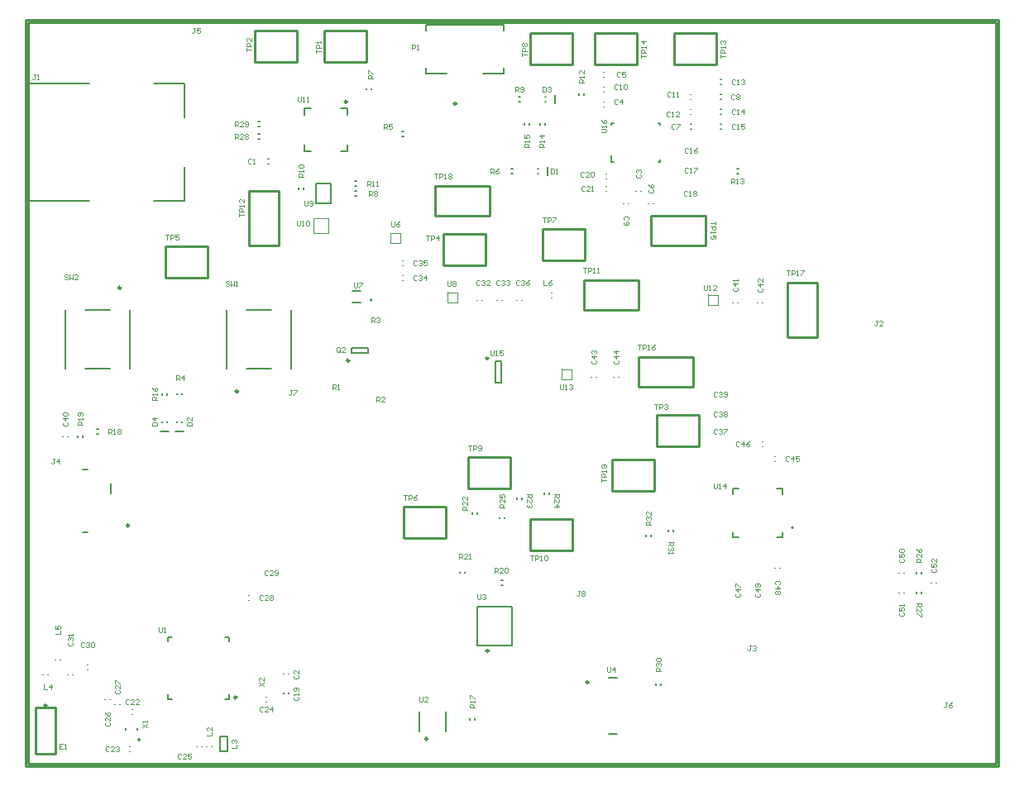
<source format=gto>
G04*
G04 #@! TF.GenerationSoftware,Altium Limited,Altium Designer,20.1.11 (218)*
G04*
G04 Layer_Color=65535*
%FSLAX25Y25*%
%MOIN*%
G70*
G04*
G04 #@! TF.SameCoordinates,CECB5A23-850B-4153-B343-40316EC9BAD4*
G04*
G04*
G04 #@! TF.FilePolarity,Positive*
G04*
G01*
G75*
%ADD10C,0.01000*%
%ADD11C,0.00984*%
%ADD12C,0.00197*%
%ADD13C,0.00787*%
%ADD14C,0.00394*%
%ADD15C,0.00600*%
%ADD16C,0.00079*%
%ADD17C,0.00500*%
%ADD18C,0.00591*%
%ADD19C,0.00300*%
D10*
X8500Y24500D02*
G03*
X8500Y24500I-500J0D01*
G01*
X203500Y99500D02*
X220500D01*
Y87000D02*
Y99500D01*
X203500Y87000D02*
X220500D01*
X203500D02*
Y99500D01*
X12000Y5000D02*
Y23500D01*
X4000Y5000D02*
X12000D01*
X4000D02*
Y23500D01*
X12000D01*
X92500Y296500D02*
X109500D01*
Y284000D02*
Y296500D01*
X92500Y284000D02*
X109500D01*
X92500D02*
Y296500D01*
X120500D02*
X137500D01*
Y284000D02*
Y296500D01*
X120500Y284000D02*
X137500D01*
X120500D02*
Y296500D01*
X203500Y283000D02*
Y295500D01*
Y283000D02*
X220500D01*
Y295500D01*
X203500D02*
X220500D01*
X252000Y210000D02*
X274000D01*
X252000D02*
Y222000D01*
X274000D01*
Y210000D02*
Y222000D01*
X229500Y295500D02*
X246500D01*
Y283000D02*
Y295500D01*
X229500Y283000D02*
X246500D01*
X229500D02*
Y295500D01*
X261500D02*
X278500D01*
Y283000D02*
Y295500D01*
X261500Y283000D02*
X278500D01*
X261500D02*
Y295500D01*
X1000Y1000D02*
X391000D01*
Y300000D01*
X1000D02*
X391000D01*
X1000Y1000D02*
Y300000D01*
X254500Y141500D02*
X271500D01*
Y129000D02*
Y141500D01*
X254500Y129000D02*
X271500D01*
X254500D02*
Y141500D01*
X236500Y123500D02*
X253500D01*
Y111000D02*
Y123500D01*
X236500Y111000D02*
X253500D01*
X236500D02*
Y123500D01*
X168500Y214500D02*
X185500D01*
Y202000D02*
Y214500D01*
X168500Y202000D02*
X185500D01*
X168500D02*
Y214500D01*
X247000Y153000D02*
Y165000D01*
Y153000D02*
X269000D01*
Y165000D01*
X247000D02*
X269000D01*
X90000Y210000D02*
X102000D01*
Y232000D01*
X90000D02*
X102000D01*
X90000Y210000D02*
Y232000D01*
X319000Y173000D02*
Y195000D01*
X307000Y173000D02*
X319000D01*
X307000D02*
Y195000D01*
X319000D01*
X225000Y196000D02*
X247000D01*
Y184000D02*
Y196000D01*
X225000Y184000D02*
X247000D01*
X225000D02*
Y196000D01*
X165000Y234000D02*
X187000D01*
Y222000D02*
Y234000D01*
X165000Y222000D02*
X187000D01*
X165000D02*
Y234000D01*
X56500Y197000D02*
Y209500D01*
Y197000D02*
X73500D01*
Y209500D01*
X56500D02*
X73500D01*
X152500Y92000D02*
Y104500D01*
Y92000D02*
X169500D01*
Y104500D01*
X152500D02*
X169500D01*
X178500Y112000D02*
Y124500D01*
Y112000D02*
X195500D01*
Y124500D01*
X178500D02*
X195500D01*
X208500Y204000D02*
Y216500D01*
Y204000D02*
X225500D01*
Y216500D01*
X208500D02*
X225500D01*
X0Y0D02*
X392000D01*
Y301000D01*
X0D02*
X392000D01*
X0Y0D02*
Y301000D01*
D11*
X173555Y267150D02*
G03*
X173555Y267150I-492J0D01*
G01*
X129535Y267941D02*
G03*
X129535Y267941I-492J0D01*
G01*
X41677Y97098D02*
G03*
X41677Y97098I-492J0D01*
G01*
X85067Y27701D02*
G03*
X85067Y27701I-492J0D01*
G01*
X226882Y33748D02*
G03*
X226882Y33748I-492J0D01*
G01*
X186492Y164512D02*
G03*
X186492Y164512I-492J0D01*
G01*
X130413Y163543D02*
G03*
X130413Y163543I-492J0D01*
G01*
X161933Y11012D02*
G03*
X161933Y11012I-492J0D01*
G01*
X186587Y46482D02*
G03*
X186587Y46482I-492J0D01*
G01*
X38350Y192866D02*
G03*
X38350Y192866I-492J0D01*
G01*
X85634Y151134D02*
G03*
X85634Y151134I-492J0D01*
G01*
D12*
X275228Y190067D02*
G03*
X275228Y190067I-197J0D01*
G01*
X216213Y160051D02*
G03*
X216213Y160051I-197J0D01*
G01*
X122165Y214968D02*
G03*
X122165Y214968I-197J0D01*
G01*
X151264Y214968D02*
G03*
X151264Y214968I-197J0D01*
G01*
X170213Y191083D02*
G03*
X170213Y191083I-197J0D01*
G01*
D13*
X309370Y96095D02*
G03*
X309370Y96095I-394J0D01*
G01*
X64000Y227917D02*
Y241697D01*
Y261539D02*
Y275319D01*
X1008Y227917D02*
X25811D01*
X51795D02*
X64000D01*
X51795Y275319D02*
X64000D01*
X1008D02*
X25811D01*
X1008Y227917D02*
Y275319D01*
X161350Y296480D02*
Y298843D01*
X192650Y296480D02*
Y298843D01*
Y279157D02*
Y281520D01*
X184480Y279157D02*
X192650D01*
X161449D02*
X169520D01*
X161350D02*
Y281520D01*
Y298843D02*
X192650D01*
X126976Y265382D02*
X129634D01*
Y262724D02*
Y265382D01*
X112311D02*
X114969D01*
X112311Y262724D02*
Y265382D01*
Y248059D02*
X114969D01*
X112311D02*
Y250716D01*
X126976Y248059D02*
X129634D01*
Y250716D01*
X22957Y119756D02*
X25043D01*
X34256Y109933D02*
Y114067D01*
X22957Y94244D02*
X25043D01*
X80244Y51913D02*
X82016D01*
Y50142D02*
Y51913D01*
X57213D02*
X58984D01*
X57213Y50142D02*
Y51913D01*
Y27110D02*
Y28882D01*
Y27110D02*
X58984D01*
X80244D02*
X82016D01*
Y28882D01*
X254905Y243728D02*
X255633D01*
Y244456D01*
X254905Y259280D02*
X255633D01*
Y258552D02*
Y259280D01*
X236146Y258552D02*
Y259280D01*
X236874D01*
X236146Y243729D02*
X236874D01*
X236146D02*
Y246426D01*
X234953Y13079D02*
X238496D01*
X234953Y35520D02*
X238496D01*
X191610Y154669D02*
Y163331D01*
X189248Y154669D02*
Y163331D01*
Y154669D02*
X191610D01*
X189248Y163331D02*
X191610D01*
X131299Y166595D02*
Y168563D01*
X137992Y166595D02*
Y168563D01*
X131299Y166595D02*
X137992D01*
X131299Y168563D02*
X137992D01*
X158685Y14063D02*
Y21937D01*
X169315Y14063D02*
Y21937D01*
X182158Y48549D02*
Y64297D01*
X195937D01*
Y48549D02*
Y64297D01*
X182158Y48549D02*
X195937D01*
X24067Y160189D02*
X33933D01*
X41992D02*
Y183811D01*
X24067D02*
X33933D01*
X16008Y160189D02*
Y183811D01*
X89067Y183811D02*
X98933D01*
X81008Y160189D02*
Y183811D01*
X89067Y160189D02*
X98933D01*
X106992D02*
Y183811D01*
D14*
X122228Y227850D02*
G03*
X122228Y227850I-197J0D01*
G01*
D15*
X139606Y187902D02*
G03*
X139606Y187902I-394J0D01*
G01*
X46281Y10638D02*
G03*
X46281Y10638I-557J0D01*
G01*
X250000Y92718D02*
Y93218D01*
X252000Y92718D02*
Y93218D01*
X198782Y268000D02*
X199282D01*
X198782Y270000D02*
X199282D01*
X213437Y267425D02*
Y270575D01*
X209343Y269984D02*
X209658D01*
X209343Y268016D02*
X209658D01*
X151781Y254000D02*
X152281D01*
X151781Y256000D02*
X152281D01*
X248000Y231890D02*
Y232047D01*
X246000Y231890D02*
Y232047D01*
X280016Y263000D02*
X280173D01*
X280016Y265000D02*
X280173D01*
X280016Y257000D02*
X280173D01*
X280016Y259000D02*
X280173D01*
X280016Y269000D02*
X280173D01*
X280016Y271000D02*
X280173D01*
X280016Y275000D02*
X280173D01*
X280016Y277000D02*
X280173D01*
X243000Y226921D02*
Y227079D01*
X241000Y226921D02*
Y227079D01*
X286719Y239000D02*
X287218D01*
X286719Y241000D02*
X287218D01*
X253000Y226890D02*
Y227047D01*
X251000Y226890D02*
Y227047D01*
X210437Y238425D02*
Y241575D01*
X206343Y240984D02*
X206658D01*
X206343Y239016D02*
X206658D01*
X195782Y241000D02*
X196282D01*
X195782Y239000D02*
X196282D01*
X225000Y270750D02*
Y271250D01*
X223000Y270750D02*
Y271250D01*
X201000Y258718D02*
Y259219D01*
X203000Y258718D02*
Y259219D01*
X268016Y259000D02*
X268173D01*
X268016Y257000D02*
X268173D01*
X267984Y265000D02*
X268142D01*
X267984Y263000D02*
X268142D01*
X267953Y271000D02*
X268110D01*
X267953Y269000D02*
X268110D01*
X89890Y69000D02*
X90047D01*
X89890Y67000D02*
X90047D01*
X179000Y18719D02*
Y19218D01*
X181000Y18719D02*
Y19218D01*
X137500Y272781D02*
Y273282D01*
X139500Y272781D02*
Y273282D01*
X256000Y32719D02*
Y33219D01*
X254000Y32719D02*
Y33219D01*
X297000Y186953D02*
Y187110D01*
X295000Y186953D02*
Y187110D01*
X285000Y186953D02*
Y187110D01*
X287000Y186953D02*
Y187110D01*
X151890Y196000D02*
X152047D01*
X151890Y198000D02*
X152047D01*
X151890Y204000D02*
X152047D01*
X151890Y202000D02*
X152047D01*
X233953Y232000D02*
X234110D01*
X233953Y234000D02*
X234110D01*
X233953Y237000D02*
X234110D01*
X233953Y239000D02*
X234110D01*
X232953Y278000D02*
X233110D01*
X232953Y280000D02*
X233110D01*
X232953Y272000D02*
X233110D01*
X232953Y274000D02*
X233110D01*
X232890Y266000D02*
X233047D01*
X232890Y268000D02*
X233047D01*
X239000Y156953D02*
Y157110D01*
X237000Y156953D02*
Y157110D01*
X228000Y156953D02*
Y157110D01*
X230000Y156953D02*
Y157110D01*
X352000Y77890D02*
Y78047D01*
X354000Y77890D02*
Y78047D01*
X352000Y69921D02*
Y70079D01*
X354000Y69921D02*
Y70079D01*
X261000Y94750D02*
Y95250D01*
X259000Y94750D02*
Y95250D01*
X182000Y101750D02*
Y102250D01*
X180000Y101750D02*
Y102250D01*
X193000Y99782D02*
Y100282D01*
X191000Y99782D02*
Y100282D01*
X198000Y107750D02*
Y108250D01*
X200000Y107750D02*
Y108250D01*
X209000Y109719D02*
Y110219D01*
X211000Y109719D02*
Y110219D01*
X302000Y79953D02*
Y80110D01*
X304000Y79953D02*
Y80110D01*
X301921Y125000D02*
X302079D01*
X301921Y123000D02*
X302079D01*
X296890Y131000D02*
X297047D01*
X296890Y129000D02*
X297047D01*
X359000Y77719D02*
Y78219D01*
X361000Y77719D02*
Y78219D01*
X365000Y73890D02*
Y74047D01*
X367000Y73890D02*
Y74047D01*
X361000Y69750D02*
Y70250D01*
X359000Y69750D02*
Y70250D01*
X207299Y258750D02*
Y259250D01*
X209299Y258750D02*
Y259250D01*
X132719Y236000D02*
X133219D01*
X132719Y234000D02*
X133219D01*
X132719Y232000D02*
X133219D01*
X132719Y230000D02*
X133219D01*
X112000Y232718D02*
Y233219D01*
X110000Y232718D02*
Y233219D01*
X131732Y186917D02*
X134882D01*
X131732Y191642D02*
X134882D01*
X97714Y243060D02*
X97872D01*
X97714Y245060D02*
X97872D01*
X17000Y132890D02*
Y133047D01*
X15000Y132890D02*
Y133047D01*
X23000Y132719D02*
Y133219D01*
X21000Y132719D02*
Y133219D01*
X28719Y134000D02*
X29219D01*
X28719Y136000D02*
X29219D01*
X93718Y260000D02*
X94218D01*
X93718Y258000D02*
X94218D01*
X93718Y255000D02*
X94218D01*
X93718Y253000D02*
X94218D01*
X60425Y134933D02*
X63575D01*
X62984Y138713D02*
Y139028D01*
X61016Y138713D02*
Y139028D01*
X57000Y149750D02*
Y150250D01*
X55000Y149750D02*
Y150250D01*
X54425Y134933D02*
X57575D01*
X56984Y138713D02*
Y139028D01*
X55016Y138713D02*
Y139028D01*
X32000Y26890D02*
Y27047D01*
X34000Y26890D02*
Y27047D01*
X71000Y7953D02*
Y8110D01*
X69000Y7953D02*
Y8110D01*
X75000Y7953D02*
Y8110D01*
X73000Y7953D02*
Y8110D01*
X96890Y26000D02*
X97047D01*
X96890Y28000D02*
X97047D01*
X104000Y37276D02*
Y37433D01*
X106000Y37276D02*
Y37433D01*
Y29339D02*
Y29496D01*
X104000Y29339D02*
Y29496D01*
X36000Y24921D02*
Y25079D01*
X38000Y24921D02*
Y25079D01*
X184000Y187953D02*
Y188110D01*
X182000Y187953D02*
Y188110D01*
X192000Y187953D02*
Y188110D01*
X190000Y187953D02*
Y188110D01*
X42890Y20937D02*
X43047D01*
X42890Y22937D02*
X43047D01*
X40213Y14772D02*
Y15165D01*
X44937Y14772D02*
Y15165D01*
X41953Y7937D02*
X42110D01*
X41953Y5937D02*
X42110D01*
X9000Y36921D02*
Y37079D01*
X7000Y36921D02*
Y37079D01*
X14000Y42890D02*
Y43047D01*
X12000Y42890D02*
Y43047D01*
X24890Y41000D02*
X25047D01*
X24890Y39000D02*
X25047D01*
X17000Y36921D02*
Y37079D01*
X19000Y36921D02*
Y37079D01*
X191718Y73000D02*
X192218D01*
X191718Y75000D02*
X192218D01*
X61000Y149782D02*
Y150282D01*
X63000Y149782D02*
Y150282D01*
X175000Y77781D02*
Y78281D01*
X177000Y77781D02*
Y78281D01*
X198000Y187953D02*
Y188110D01*
X200000Y187953D02*
Y188110D01*
X211890Y189000D02*
X212047D01*
X211890Y191000D02*
X212047D01*
D16*
X275031Y190067D02*
X278969Y190067D01*
Y185933D02*
Y190067D01*
X275031Y185933D02*
X278969D01*
X275031D02*
Y190067D01*
X216016Y160051D02*
X219953Y160051D01*
Y155917D02*
Y160051D01*
X216016Y155917D02*
X219953D01*
X216016D02*
Y160051D01*
X121968Y214968D02*
Y220969D01*
X115969D02*
X121968D01*
X115969Y214968D02*
Y220969D01*
Y214968D02*
X121968Y214968D01*
X146933Y214968D02*
X151067D01*
X146933Y211032D02*
Y214968D01*
Y211032D02*
X151067D01*
X151067Y214968D01*
X170016Y186949D02*
Y191083D01*
Y186949D02*
X173953D01*
Y191083D01*
X170016Y191083D02*
X173953Y191083D01*
D17*
X285157Y111843D02*
X287303D01*
X285157Y92158D02*
X287303D01*
X302697Y111843D02*
X304842D01*
X302697Y92158D02*
X304842D01*
X285157Y109697D02*
Y111843D01*
Y92158D02*
Y94303D01*
X304842Y109697D02*
Y111843D01*
Y92158D02*
Y94303D01*
X78500Y6000D02*
Y12000D01*
Y6000D02*
X81500D01*
Y12000D01*
X78500D02*
X81500D01*
D18*
X122866Y227000D02*
Y235000D01*
X116866D02*
X122866D01*
X116866Y227000D02*
Y235000D01*
Y227000D02*
X122866D01*
D19*
X203501Y85000D02*
X204834D01*
X204168D01*
Y83000D01*
X205501D02*
Y85000D01*
X206500D01*
X206833Y84667D01*
Y84000D01*
X206500Y83667D01*
X205501D01*
X207500Y83000D02*
X208166D01*
X207833D01*
Y85000D01*
X207500Y84667D01*
X209166D02*
X209499Y85000D01*
X210166D01*
X210499Y84667D01*
Y83334D01*
X210166Y83000D01*
X209499D01*
X209166Y83334D01*
Y84667D01*
X15000Y9000D02*
X13667D01*
Y7000D01*
X15000D01*
X13667Y8000D02*
X14333D01*
X15666Y7000D02*
X16333D01*
X16000D01*
Y9000D01*
X15666Y8666D01*
X4000Y279000D02*
X3334D01*
X3667D01*
Y277334D01*
X3334Y277000D01*
X3000D01*
X2667Y277334D01*
X4666Y277000D02*
X5333D01*
X5000D01*
Y279000D01*
X4666Y278666D01*
X89000Y288334D02*
Y289667D01*
Y289001D01*
X91000D01*
Y290334D02*
X89000D01*
Y291333D01*
X89333Y291667D01*
X90000D01*
X90333Y291333D01*
Y290334D01*
X91000Y293666D02*
Y292333D01*
X89667Y293666D01*
X89333D01*
X89000Y293333D01*
Y292666D01*
X89333Y292333D01*
X117000Y287667D02*
Y289000D01*
Y288334D01*
X119000D01*
Y289667D02*
X117000D01*
Y290667D01*
X117333Y291000D01*
X118000D01*
X118333Y290667D01*
Y289667D01*
X119000Y291666D02*
Y292333D01*
Y291999D01*
X117000D01*
X117333Y291666D01*
X252000Y97334D02*
X250000D01*
Y98334D01*
X250333Y98667D01*
X251000D01*
X251333Y98334D01*
Y97334D01*
Y98001D02*
X252000Y98667D01*
X250333Y99334D02*
X250000Y99667D01*
Y100333D01*
X250333Y100666D01*
X250667D01*
X251000Y100333D01*
Y100000D01*
Y100333D01*
X251333Y100666D01*
X251666D01*
X252000Y100333D01*
Y99667D01*
X251666Y99334D01*
X252000Y102666D02*
Y101333D01*
X250667Y102666D01*
X250333D01*
X250000Y102333D01*
Y101666D01*
X250333Y101333D01*
X197334Y272000D02*
Y274000D01*
X198334D01*
X198667Y273667D01*
Y273000D01*
X198334Y272667D01*
X197334D01*
X198000D02*
X198667Y272000D01*
X199333Y272334D02*
X199667Y272000D01*
X200333D01*
X200666Y272334D01*
Y273667D01*
X200333Y274000D01*
X199667D01*
X199333Y273667D01*
Y273333D01*
X199667Y273000D01*
X200666D01*
X208334Y274000D02*
Y272000D01*
X209334D01*
X209667Y272334D01*
Y273667D01*
X209334Y274000D01*
X208334D01*
X210333Y273667D02*
X210666Y274000D01*
X211333D01*
X211666Y273667D01*
Y273333D01*
X211333Y273000D01*
X211000D01*
X211333D01*
X211666Y272667D01*
Y272334D01*
X211333Y272000D01*
X210666D01*
X210333Y272334D01*
X200000Y286334D02*
Y287667D01*
Y287001D01*
X202000D01*
Y288334D02*
X200000D01*
Y289333D01*
X200333Y289667D01*
X201000D01*
X201333Y289333D01*
Y288334D01*
X200333Y290333D02*
X200000Y290666D01*
Y291333D01*
X200333Y291666D01*
X200667D01*
X201000Y291333D01*
X201333Y291666D01*
X201666D01*
X202000Y291333D01*
Y290666D01*
X201666Y290333D01*
X201333D01*
X201000Y290666D01*
X200667Y290333D01*
X200333D01*
X201000Y290666D02*
Y291333D01*
X155667Y289000D02*
Y291000D01*
X156667D01*
X157000Y290667D01*
Y290000D01*
X156667Y289667D01*
X155667D01*
X157667Y289000D02*
X158333D01*
X158000D01*
Y291000D01*
X157667Y290667D01*
X144334Y257000D02*
Y259000D01*
X145334D01*
X145667Y258666D01*
Y258000D01*
X145334Y257667D01*
X144334D01*
X145000D02*
X145667Y257000D01*
X147666Y259000D02*
X146333D01*
Y258000D01*
X147000Y258333D01*
X147333D01*
X147666Y258000D01*
Y257334D01*
X147333Y257000D01*
X146667D01*
X146333Y257334D01*
X109834Y270000D02*
Y268334D01*
X110167Y268000D01*
X110834D01*
X111167Y268334D01*
Y270000D01*
X111833Y268000D02*
X112500D01*
X112167D01*
Y270000D01*
X111833Y269667D01*
X113499Y268000D02*
X114166D01*
X113833D01*
Y270000D01*
X113499Y269667D01*
X11667Y124000D02*
X11000D01*
X11334D01*
Y122334D01*
X11000Y122000D01*
X10667D01*
X10334Y122334D01*
X13333Y122000D02*
Y124000D01*
X12333Y123000D01*
X13666D01*
X53667Y56000D02*
Y54334D01*
X54000Y54000D01*
X54667D01*
X55000Y54334D01*
Y56000D01*
X55666Y54000D02*
X56333D01*
X56000D01*
Y56000D01*
X55666Y55667D01*
X232000Y255501D02*
X233666D01*
X234000Y255834D01*
Y256501D01*
X233666Y256834D01*
X232000D01*
X234000Y257500D02*
Y258167D01*
Y257833D01*
X232000D01*
X232333Y257500D01*
X232000Y260499D02*
X232333Y259833D01*
X233000Y259166D01*
X233666D01*
X234000Y259500D01*
Y260166D01*
X233666Y260499D01*
X233333D01*
X233000Y260166D01*
Y259166D01*
X223333Y70599D02*
X222666D01*
X223000D01*
Y68933D01*
X222666Y68600D01*
X222333D01*
X222000Y68933D01*
X223999Y70266D02*
X224333Y70599D01*
X224999D01*
X225332Y70266D01*
Y69933D01*
X224999Y69600D01*
X225332Y69266D01*
Y68933D01*
X224999Y68600D01*
X224333D01*
X223999Y68933D01*
Y69266D01*
X224333Y69600D01*
X223999Y69933D01*
Y70266D01*
X224333Y69600D02*
X224999D01*
X107333Y151599D02*
X106667D01*
X107000D01*
Y149933D01*
X106667Y149600D01*
X106333D01*
X106000Y149933D01*
X107999Y151599D02*
X109332D01*
Y151266D01*
X107999Y149933D01*
Y149600D01*
X371333Y25599D02*
X370666D01*
X371000D01*
Y23933D01*
X370666Y23600D01*
X370333D01*
X370000Y23933D01*
X373332Y25599D02*
X372666Y25266D01*
X371999Y24600D01*
Y23933D01*
X372333Y23600D01*
X372999D01*
X373332Y23933D01*
Y24266D01*
X372999Y24600D01*
X371999D01*
X68333Y297599D02*
X67666D01*
X68000D01*
Y295933D01*
X67666Y295600D01*
X67333D01*
X67000Y295933D01*
X70332Y297599D02*
X68999D01*
Y296600D01*
X69666Y296933D01*
X69999D01*
X70332Y296600D01*
Y295933D01*
X69999Y295600D01*
X69333D01*
X68999Y295933D01*
X259000Y90333D02*
X261000D01*
Y89333D01*
X260666Y89000D01*
X260000D01*
X259667Y89333D01*
Y90333D01*
Y89666D02*
X259000Y89000D01*
X260666Y88333D02*
X261000Y88000D01*
Y87334D01*
X260666Y87000D01*
X260333D01*
X260000Y87334D01*
Y87667D01*
Y87334D01*
X259667Y87000D01*
X259334D01*
X259000Y87334D01*
Y88000D01*
X259334Y88333D01*
X259000Y86334D02*
Y85667D01*
Y86001D01*
X261000D01*
X260666Y86334D01*
X256000Y38334D02*
X254000D01*
Y39334D01*
X254333Y39667D01*
X255000D01*
X255333Y39334D01*
Y38334D01*
Y39001D02*
X256000Y39667D01*
X254333Y40334D02*
X254000Y40667D01*
Y41333D01*
X254333Y41666D01*
X254667D01*
X255000Y41333D01*
Y41000D01*
Y41333D01*
X255333Y41666D01*
X255666D01*
X256000Y41333D01*
Y40667D01*
X255666Y40334D01*
X254333Y42333D02*
X254000Y42666D01*
Y43333D01*
X254333Y43666D01*
X255666D01*
X256000Y43333D01*
Y42666D01*
X255666Y42333D01*
X254333D01*
X84334Y258000D02*
Y260000D01*
X85334D01*
X85667Y259666D01*
Y259000D01*
X85334Y258667D01*
X84334D01*
X85001D02*
X85667Y258000D01*
X87666D02*
X86334D01*
X87666Y259333D01*
Y259666D01*
X87333Y260000D01*
X86667D01*
X86334Y259666D01*
X88333Y258334D02*
X88666Y258000D01*
X89333D01*
X89666Y258334D01*
Y259666D01*
X89333Y260000D01*
X88666D01*
X88333Y259666D01*
Y259333D01*
X88666Y259000D01*
X89666D01*
X84271Y253000D02*
Y255000D01*
X85271D01*
X85604Y254666D01*
Y254000D01*
X85271Y253667D01*
X84271D01*
X84938D02*
X85604Y253000D01*
X87603D02*
X86271D01*
X87603Y254333D01*
Y254666D01*
X87270Y255000D01*
X86604D01*
X86271Y254666D01*
X88270D02*
X88603Y255000D01*
X89270D01*
X89603Y254666D01*
Y254333D01*
X89270Y254000D01*
X89603Y253667D01*
Y253334D01*
X89270Y253000D01*
X88603D01*
X88270Y253334D01*
Y253667D01*
X88603Y254000D01*
X88270Y254333D01*
Y254666D01*
X88603Y254000D02*
X89270D01*
X187501Y167559D02*
Y165893D01*
X187834Y165559D01*
X188500D01*
X188834Y165893D01*
Y167559D01*
X189500Y165559D02*
X190167D01*
X189833D01*
Y167559D01*
X189500Y167226D01*
X192499Y167559D02*
X191166D01*
Y166559D01*
X191833Y166892D01*
X192166D01*
X192499Y166559D01*
Y165893D01*
X192166Y165559D01*
X191499D01*
X191166Y165893D01*
X277501Y114000D02*
Y112334D01*
X277834Y112000D01*
X278501D01*
X278834Y112334D01*
Y114000D01*
X279500Y112000D02*
X280167D01*
X279833D01*
Y114000D01*
X279500Y113666D01*
X282166Y112000D02*
Y114000D01*
X281166Y113000D01*
X282499D01*
X215501Y154000D02*
Y152334D01*
X215834Y152000D01*
X216500D01*
X216834Y152334D01*
Y154000D01*
X217500Y152000D02*
X218167D01*
X217833D01*
Y154000D01*
X217500Y153666D01*
X219166D02*
X219499Y154000D01*
X220166D01*
X220499Y153666D01*
Y153333D01*
X220166Y153000D01*
X219833D01*
X220166D01*
X220499Y152667D01*
Y152334D01*
X220166Y152000D01*
X219499D01*
X219166Y152334D01*
X273501Y194000D02*
Y192334D01*
X273834Y192000D01*
X274500D01*
X274834Y192334D01*
Y194000D01*
X275500Y192000D02*
X276167D01*
X275833D01*
Y194000D01*
X275500Y193667D01*
X278499Y192000D02*
X277166D01*
X278499Y193333D01*
Y193667D01*
X278166Y194000D01*
X277500D01*
X277166Y193667D01*
X232000Y114501D02*
Y115834D01*
Y115168D01*
X234000D01*
Y116500D02*
X232000D01*
Y117500D01*
X232333Y117833D01*
X233000D01*
X233333Y117500D01*
Y116500D01*
X234000Y118500D02*
Y119166D01*
Y118833D01*
X232000D01*
X232333Y118500D01*
X233666Y120166D02*
X234000Y120499D01*
Y121166D01*
X233666Y121499D01*
X232333D01*
X232000Y121166D01*
Y120499D01*
X232333Y120166D01*
X232667D01*
X233000Y120499D01*
Y121499D01*
X164800Y238799D02*
X166133D01*
X165466D01*
Y236800D01*
X166799D02*
Y238799D01*
X167799D01*
X168132Y238466D01*
Y237800D01*
X167799Y237466D01*
X166799D01*
X168799Y236800D02*
X169465D01*
X169132D01*
Y238799D01*
X168799Y238466D01*
X170465D02*
X170798Y238799D01*
X171465D01*
X171798Y238466D01*
Y238133D01*
X171465Y237800D01*
X171798Y237466D01*
Y237133D01*
X171465Y236800D01*
X170798D01*
X170465Y237133D01*
Y237466D01*
X170798Y237800D01*
X170465Y238133D01*
Y238466D01*
X170798Y237800D02*
X171465D01*
X306800Y199799D02*
X308133D01*
X307466D01*
Y197800D01*
X308799D02*
Y199799D01*
X309799D01*
X310132Y199466D01*
Y198800D01*
X309799Y198467D01*
X308799D01*
X310799Y197800D02*
X311465D01*
X311132D01*
Y199799D01*
X310799Y199466D01*
X312465Y199799D02*
X313798D01*
Y199466D01*
X312465Y198133D01*
Y197800D01*
X246800Y169799D02*
X248133D01*
X247466D01*
Y167800D01*
X248799D02*
Y169799D01*
X249799D01*
X250132Y169466D01*
Y168800D01*
X249799Y168466D01*
X248799D01*
X250799Y167800D02*
X251465D01*
X251132D01*
Y169799D01*
X250799Y169466D01*
X253798Y169799D02*
X253131Y169466D01*
X252465Y168800D01*
Y168133D01*
X252798Y167800D01*
X253465D01*
X253798Y168133D01*
Y168466D01*
X253465Y168800D01*
X252465D01*
X278000Y219499D02*
Y218166D01*
Y218832D01*
X276000D01*
Y217499D02*
X278000D01*
Y216500D01*
X277666Y216167D01*
X277000D01*
X276667Y216500D01*
Y217499D01*
X276000Y215500D02*
Y214834D01*
Y215167D01*
X278000D01*
X277666Y215500D01*
X278000Y212501D02*
Y213834D01*
X277000D01*
X277333Y213168D01*
Y212834D01*
X277000Y212501D01*
X276334D01*
X276000Y212834D01*
Y213501D01*
X276334Y213834D01*
X248000Y285501D02*
Y286834D01*
Y286168D01*
X250000D01*
Y287501D02*
X248000D01*
Y288500D01*
X248334Y288833D01*
X249000D01*
X249333Y288500D01*
Y287501D01*
X250000Y289500D02*
Y290166D01*
Y289833D01*
X248000D01*
X248334Y289500D01*
X250000Y292166D02*
X248000D01*
X249000Y291166D01*
Y292499D01*
X280000Y285501D02*
Y286834D01*
Y286168D01*
X282000D01*
Y287501D02*
X280000D01*
Y288500D01*
X280333Y288833D01*
X281000D01*
X281333Y288500D01*
Y287501D01*
X282000Y289500D02*
Y290166D01*
Y289833D01*
X280000D01*
X280333Y289500D01*
Y291166D02*
X280000Y291499D01*
Y292166D01*
X280333Y292499D01*
X280667D01*
X281000Y292166D01*
Y291832D01*
Y292166D01*
X281333Y292499D01*
X281666D01*
X282000Y292166D01*
Y291499D01*
X281666Y291166D01*
X86000Y221501D02*
Y222834D01*
Y222168D01*
X88000D01*
Y223500D02*
X86000D01*
Y224500D01*
X86334Y224833D01*
X87000D01*
X87333Y224500D01*
Y223500D01*
X88000Y225500D02*
Y226166D01*
Y225833D01*
X86000D01*
X86334Y225500D01*
X88000Y228499D02*
Y227166D01*
X86667Y228499D01*
X86334D01*
X86000Y228166D01*
Y227499D01*
X86334Y227166D01*
X224800Y200799D02*
X226133D01*
X225466D01*
Y198800D01*
X226799D02*
Y200799D01*
X227799D01*
X228132Y200466D01*
Y199800D01*
X227799Y199467D01*
X226799D01*
X228799Y198800D02*
X229465D01*
X229132D01*
Y200799D01*
X228799Y200466D01*
X230465Y198800D02*
X231131D01*
X230798D01*
Y200799D01*
X230465Y200466D01*
X178300Y129299D02*
X179633D01*
X178966D01*
Y127300D01*
X180299D02*
Y129299D01*
X181299D01*
X181632Y128966D01*
Y128300D01*
X181299Y127966D01*
X180299D01*
X182299Y127633D02*
X182632Y127300D01*
X183298D01*
X183632Y127633D01*
Y128966D01*
X183298Y129299D01*
X182632D01*
X182299Y128966D01*
Y128633D01*
X182632Y128300D01*
X183632D01*
X208300Y221299D02*
X209633D01*
X208966D01*
Y219300D01*
X210299D02*
Y221299D01*
X211299D01*
X211632Y220966D01*
Y220300D01*
X211299Y219966D01*
X210299D01*
X212299Y221299D02*
X213632D01*
Y220966D01*
X212299Y219633D01*
Y219300D01*
X152300Y109299D02*
X153633D01*
X152966D01*
Y107300D01*
X154299D02*
Y109299D01*
X155299D01*
X155632Y108966D01*
Y108300D01*
X155299Y107966D01*
X154299D01*
X157632Y109299D02*
X156965Y108966D01*
X156299Y108300D01*
Y107633D01*
X156632Y107300D01*
X157298D01*
X157632Y107633D01*
Y107966D01*
X157298Y108300D01*
X156299D01*
X56300Y214299D02*
X57633D01*
X56966D01*
Y212300D01*
X58299D02*
Y214299D01*
X59299D01*
X59632Y213966D01*
Y213300D01*
X59299Y212966D01*
X58299D01*
X61632Y214299D02*
X60299D01*
Y213300D01*
X60965Y213633D01*
X61298D01*
X61632Y213300D01*
Y212633D01*
X61298Y212300D01*
X60632D01*
X60299Y212633D01*
X161334Y214000D02*
X162667D01*
X162001D01*
Y212000D01*
X163333D02*
Y214000D01*
X164333D01*
X164666Y213667D01*
Y213000D01*
X164333Y212667D01*
X163333D01*
X166333Y212000D02*
Y214000D01*
X165333Y213000D01*
X166666D01*
X253334Y146000D02*
X254667D01*
X254001D01*
Y144000D01*
X255334D02*
Y146000D01*
X256333D01*
X256666Y145667D01*
Y145000D01*
X256333Y144667D01*
X255334D01*
X257333Y145667D02*
X257666Y146000D01*
X258333D01*
X258666Y145667D01*
Y145333D01*
X258333Y145000D01*
X257999D01*
X258333D01*
X258666Y144667D01*
Y144334D01*
X258333Y144000D01*
X257666D01*
X257333Y144334D01*
X17133Y197866D02*
X16800Y198199D01*
X16133D01*
X15800Y197866D01*
Y197533D01*
X16133Y197200D01*
X16800D01*
X17133Y196867D01*
Y196533D01*
X16800Y196200D01*
X16133D01*
X15800Y196533D01*
X17799Y198199D02*
Y196200D01*
X18466Y196867D01*
X19132Y196200D01*
Y198199D01*
X21132Y196200D02*
X19799D01*
X21132Y197533D01*
Y197866D01*
X20798Y198199D01*
X20132D01*
X19799Y197866D01*
X359000Y65634D02*
X361000D01*
Y64635D01*
X360666Y64301D01*
X360000D01*
X359667Y64635D01*
Y65634D01*
Y64968D02*
X359000Y64301D01*
Y62302D02*
Y63635D01*
X360333Y62302D01*
X360666D01*
X361000Y62635D01*
Y63302D01*
X360666Y63635D01*
X361000Y61636D02*
Y60303D01*
X360666D01*
X359334Y61636D01*
X359000D01*
X361000Y82334D02*
X359000D01*
Y83334D01*
X359333Y83667D01*
X360000D01*
X360333Y83334D01*
Y82334D01*
Y83001D02*
X361000Y83667D01*
Y85666D02*
Y84334D01*
X359667Y85666D01*
X359333D01*
X359000Y85333D01*
Y84667D01*
X359333Y84334D01*
X359000Y87666D02*
X359333Y86999D01*
X360000Y86333D01*
X360666D01*
X361000Y86666D01*
Y87333D01*
X360666Y87666D01*
X360333D01*
X360000Y87333D01*
Y86333D01*
X193000Y104334D02*
X191000D01*
Y105334D01*
X191333Y105667D01*
X192000D01*
X192333Y105334D01*
Y104334D01*
Y105001D02*
X193000Y105667D01*
Y107667D02*
Y106334D01*
X191667Y107667D01*
X191333D01*
X191000Y107333D01*
Y106667D01*
X191333Y106334D01*
X191000Y109666D02*
Y108333D01*
X192000D01*
X191667Y108999D01*
Y109333D01*
X192000Y109666D01*
X192666D01*
X193000Y109333D01*
Y108666D01*
X192666Y108333D01*
X213000Y109666D02*
X215000D01*
Y108666D01*
X214666Y108333D01*
X214000D01*
X213667Y108666D01*
Y109666D01*
Y108999D02*
X213000Y108333D01*
Y106333D02*
Y107666D01*
X214333Y106333D01*
X214666D01*
X215000Y106667D01*
Y107333D01*
X214666Y107666D01*
X213000Y104667D02*
X215000D01*
X214000Y105667D01*
Y104334D01*
X202000Y109666D02*
X204000D01*
Y108666D01*
X203666Y108333D01*
X203000D01*
X202667Y108666D01*
Y109666D01*
Y108999D02*
X202000Y108333D01*
Y106333D02*
Y107666D01*
X203333Y106333D01*
X203666D01*
X204000Y106667D01*
Y107333D01*
X203666Y107666D01*
Y105667D02*
X204000Y105334D01*
Y104667D01*
X203666Y104334D01*
X203333D01*
X203000Y104667D01*
Y105001D01*
Y104667D01*
X202667Y104334D01*
X202333D01*
X202000Y104667D01*
Y105334D01*
X202333Y105667D01*
X178000Y103334D02*
X176000D01*
Y104334D01*
X176333Y104667D01*
X177000D01*
X177333Y104334D01*
Y103334D01*
Y104001D02*
X178000Y104667D01*
Y106667D02*
Y105334D01*
X176667Y106667D01*
X176333D01*
X176000Y106333D01*
Y105667D01*
X176333Y105334D01*
X178000Y108666D02*
Y107333D01*
X176667Y108666D01*
X176333D01*
X176000Y108333D01*
Y107666D01*
X176333Y107333D01*
X174700Y83700D02*
Y85699D01*
X175700D01*
X176033Y85366D01*
Y84700D01*
X175700Y84366D01*
X174700D01*
X175366D02*
X176033Y83700D01*
X178032D02*
X176699D01*
X178032Y85033D01*
Y85366D01*
X177699Y85699D01*
X177033D01*
X176699Y85366D01*
X178699Y83700D02*
X179365D01*
X179032D01*
Y85699D01*
X178699Y85366D01*
X188900Y77900D02*
Y79899D01*
X189900D01*
X190233Y79566D01*
Y78900D01*
X189900Y78566D01*
X188900D01*
X189567D02*
X190233Y77900D01*
X192232D02*
X190899D01*
X192232Y79233D01*
Y79566D01*
X191899Y79899D01*
X191233D01*
X190899Y79566D01*
X192899D02*
X193232Y79899D01*
X193898D01*
X194232Y79566D01*
Y78233D01*
X193898Y77900D01*
X193232D01*
X192899Y78233D01*
Y79566D01*
X23000Y137501D02*
X21000D01*
Y138500D01*
X21334Y138834D01*
X22000D01*
X22333Y138500D01*
Y137501D01*
Y138167D02*
X23000Y138834D01*
Y139500D02*
Y140167D01*
Y139833D01*
X21000D01*
X21334Y139500D01*
X22666Y141166D02*
X23000Y141499D01*
Y142166D01*
X22666Y142499D01*
X21334D01*
X21000Y142166D01*
Y141499D01*
X21334Y141166D01*
X21667D01*
X22000Y141499D01*
Y142499D01*
X33501Y134000D02*
Y136000D01*
X34501D01*
X34834Y135667D01*
Y135000D01*
X34501Y134667D01*
X33501D01*
X34167D02*
X34834Y134000D01*
X35500D02*
X36167D01*
X35833D01*
Y136000D01*
X35500Y135667D01*
X37166D02*
X37499Y136000D01*
X38166D01*
X38499Y135667D01*
Y135333D01*
X38166Y135000D01*
X38499Y134667D01*
Y134334D01*
X38166Y134000D01*
X37499D01*
X37166Y134334D01*
Y134667D01*
X37499Y135000D01*
X37166Y135333D01*
Y135667D01*
X37499Y135000D02*
X38166D01*
X181000Y23501D02*
X179000D01*
Y24500D01*
X179333Y24834D01*
X180000D01*
X180333Y24500D01*
Y23501D01*
Y24167D02*
X181000Y24834D01*
Y25500D02*
Y26167D01*
Y25833D01*
X179000D01*
X179333Y25500D01*
X179000Y27166D02*
Y28499D01*
X179333D01*
X180666Y27166D01*
X181000D01*
X53000Y147532D02*
X51000D01*
Y148532D01*
X51333Y148865D01*
X52000D01*
X52333Y148532D01*
Y147532D01*
Y148199D02*
X53000Y148865D01*
Y149532D02*
Y150198D01*
Y149865D01*
X51000D01*
X51333Y149532D01*
X51000Y152531D02*
X51333Y151864D01*
X52000Y151198D01*
X52666D01*
X53000Y151531D01*
Y152198D01*
X52666Y152531D01*
X52333D01*
X52000Y152198D01*
Y151198D01*
X208700Y195899D02*
Y193900D01*
X210033D01*
X212032Y195899D02*
X211366Y195566D01*
X210699Y194900D01*
Y194233D01*
X211033Y193900D01*
X211699D01*
X212032Y194233D01*
Y194567D01*
X211699Y194900D01*
X210699D01*
X292333Y48599D02*
X291666D01*
X292000D01*
Y46933D01*
X291666Y46600D01*
X291333D01*
X291000Y46933D01*
X292999Y48266D02*
X293333Y48599D01*
X293999D01*
X294332Y48266D01*
Y47933D01*
X293999Y47600D01*
X293666D01*
X293999D01*
X294332Y47266D01*
Y46933D01*
X293999Y46600D01*
X293333D01*
X292999Y46933D01*
X51000Y137334D02*
X53000D01*
Y138334D01*
X52666Y138667D01*
X51333D01*
X51000Y138334D01*
Y137334D01*
X53000Y140333D02*
X51000D01*
X52000Y139333D01*
Y140666D01*
X65000Y137334D02*
X67000D01*
Y138334D01*
X66666Y138667D01*
X65333D01*
X65000Y138334D01*
Y137334D01*
X67000Y140666D02*
Y139333D01*
X65667Y140666D01*
X65333D01*
X65000Y140333D01*
Y139666D01*
X65333Y139333D01*
X211667Y241000D02*
Y239000D01*
X212667D01*
X213000Y239334D01*
Y240667D01*
X212667Y241000D01*
X211667D01*
X213666Y239000D02*
X214333D01*
X214000D01*
Y241000D01*
X213666Y240667D01*
X365334Y79667D02*
X365000Y79334D01*
Y78667D01*
X365334Y78334D01*
X366666D01*
X367000Y78667D01*
Y79334D01*
X366666Y79667D01*
X365000Y81666D02*
Y80334D01*
X366000D01*
X365667Y81000D01*
Y81333D01*
X366000Y81666D01*
X366666D01*
X367000Y81333D01*
Y80667D01*
X366666Y80334D01*
X367000Y83666D02*
Y82333D01*
X365667Y83666D01*
X365334D01*
X365000Y83333D01*
Y82666D01*
X365334Y82333D01*
X352333Y61969D02*
X352000Y61636D01*
Y60969D01*
X352333Y60636D01*
X353666D01*
X354000Y60969D01*
Y61636D01*
X353666Y61969D01*
X352000Y63968D02*
Y62635D01*
X353000D01*
X352667Y63302D01*
Y63635D01*
X353000Y63968D01*
X353666D01*
X354000Y63635D01*
Y62968D01*
X353666Y62635D01*
X354000Y64635D02*
Y65301D01*
Y64968D01*
X352000D01*
X352333Y64635D01*
Y83667D02*
X352000Y83334D01*
Y82667D01*
X352333Y82334D01*
X353666D01*
X354000Y82667D01*
Y83334D01*
X353666Y83667D01*
X352000Y85666D02*
Y84334D01*
X353000D01*
X352667Y85000D01*
Y85333D01*
X353000Y85666D01*
X353666D01*
X354000Y85333D01*
Y84667D01*
X353666Y84334D01*
X352333Y86333D02*
X352000Y86666D01*
Y87333D01*
X352333Y87666D01*
X353666D01*
X354000Y87333D01*
Y86666D01*
X353666Y86333D01*
X352333D01*
X294334Y69667D02*
X294000Y69334D01*
Y68667D01*
X294334Y68334D01*
X295666D01*
X296000Y68667D01*
Y69334D01*
X295666Y69667D01*
X296000Y71333D02*
X294000D01*
X295000Y70334D01*
Y71666D01*
X295666Y72333D02*
X296000Y72666D01*
Y73333D01*
X295666Y73666D01*
X294334D01*
X294000Y73333D01*
Y72666D01*
X294334Y72333D01*
X294667D01*
X295000Y72666D01*
Y73666D01*
X303666Y73333D02*
X304000Y73666D01*
Y74333D01*
X303666Y74666D01*
X302334D01*
X302000Y74333D01*
Y73666D01*
X302334Y73333D01*
X302000Y71667D02*
X304000D01*
X303000Y72666D01*
Y71334D01*
X303666Y70667D02*
X304000Y70334D01*
Y69667D01*
X303666Y69334D01*
X303333D01*
X303000Y69667D01*
X302667Y69334D01*
X302334D01*
X302000Y69667D01*
Y70334D01*
X302334Y70667D01*
X302667D01*
X303000Y70334D01*
X303333Y70667D01*
X303666D01*
X303000Y70334D02*
Y69667D01*
X286333Y69667D02*
X286000Y69334D01*
Y68667D01*
X286333Y68334D01*
X287666D01*
X288000Y68667D01*
Y69334D01*
X287666Y69667D01*
X288000Y71333D02*
X286000D01*
X287000Y70334D01*
Y71666D01*
X286000Y72333D02*
Y73666D01*
X286333D01*
X287666Y72333D01*
X288000D01*
X287667Y130666D02*
X287334Y131000D01*
X286667D01*
X286334Y130666D01*
Y129334D01*
X286667Y129000D01*
X287334D01*
X287667Y129334D01*
X289333Y129000D02*
Y131000D01*
X288334Y130000D01*
X289666D01*
X291666Y131000D02*
X290999Y130666D01*
X290333Y130000D01*
Y129334D01*
X290666Y129000D01*
X291333D01*
X291666Y129334D01*
Y129667D01*
X291333Y130000D01*
X290333D01*
X307699Y124667D02*
X307365Y125000D01*
X306699D01*
X306366Y124667D01*
Y123334D01*
X306699Y123000D01*
X307365D01*
X307699Y123334D01*
X309365Y123000D02*
Y125000D01*
X308365Y124000D01*
X309698D01*
X311697Y125000D02*
X310364D01*
Y124000D01*
X311031Y124333D01*
X311364D01*
X311697Y124000D01*
Y123334D01*
X311364Y123000D01*
X310698D01*
X310364Y123334D01*
X237333Y163667D02*
X237000Y163334D01*
Y162667D01*
X237333Y162334D01*
X238666D01*
X239000Y162667D01*
Y163334D01*
X238666Y163667D01*
X239000Y165333D02*
X237000D01*
X238000Y164333D01*
Y165666D01*
X239000Y167333D02*
X237000D01*
X238000Y166333D01*
Y167666D01*
X228333Y163667D02*
X228000Y163334D01*
Y162667D01*
X228333Y162334D01*
X229666D01*
X230000Y162667D01*
Y163334D01*
X229666Y163667D01*
X230000Y165333D02*
X228000D01*
X229000Y164333D01*
Y165666D01*
X228333Y166333D02*
X228000Y166666D01*
Y167333D01*
X228333Y167666D01*
X228667D01*
X229000Y167333D01*
Y166999D01*
Y167333D01*
X229333Y167666D01*
X229666D01*
X230000Y167333D01*
Y166666D01*
X229666Y166333D01*
X295334Y192667D02*
X295000Y192334D01*
Y191667D01*
X295334Y191334D01*
X296666D01*
X297000Y191667D01*
Y192334D01*
X296666Y192667D01*
X297000Y194333D02*
X295000D01*
X296000Y193333D01*
Y194667D01*
X297000Y196666D02*
Y195333D01*
X295667Y196666D01*
X295334D01*
X295000Y196333D01*
Y195666D01*
X295334Y195333D01*
X285333Y193000D02*
X285000Y192667D01*
Y192001D01*
X285333Y191667D01*
X286666D01*
X287000Y192001D01*
Y192667D01*
X286666Y193000D01*
X287000Y194667D02*
X285000D01*
X286000Y193667D01*
Y195000D01*
X287000Y195666D02*
Y196333D01*
Y195999D01*
X285000D01*
X285333Y195666D01*
X15334Y138667D02*
X15000Y138334D01*
Y137667D01*
X15334Y137334D01*
X16666D01*
X17000Y137667D01*
Y138334D01*
X16666Y138667D01*
X17000Y140333D02*
X15000D01*
X16000Y139333D01*
Y140666D01*
X15334Y141333D02*
X15000Y141666D01*
Y142333D01*
X15334Y142666D01*
X16666D01*
X17000Y142333D01*
Y141666D01*
X16666Y141333D01*
X15334D01*
X278667Y150666D02*
X278334Y151000D01*
X277667D01*
X277334Y150666D01*
Y149334D01*
X277667Y149000D01*
X278334D01*
X278667Y149334D01*
X279334Y150666D02*
X279667Y151000D01*
X280333D01*
X280666Y150666D01*
Y150333D01*
X280333Y150000D01*
X280000D01*
X280333D01*
X280666Y149667D01*
Y149334D01*
X280333Y149000D01*
X279667D01*
X279334Y149334D01*
X281333D02*
X281666Y149000D01*
X282333D01*
X282666Y149334D01*
Y150666D01*
X282333Y151000D01*
X281666D01*
X281333Y150666D01*
Y150333D01*
X281666Y150000D01*
X282666D01*
X278667Y142666D02*
X278334Y143000D01*
X277667D01*
X277334Y142666D01*
Y141334D01*
X277667Y141000D01*
X278334D01*
X278667Y141334D01*
X279334Y142666D02*
X279667Y143000D01*
X280333D01*
X280666Y142666D01*
Y142333D01*
X280333Y142000D01*
X280000D01*
X280333D01*
X280666Y141667D01*
Y141334D01*
X280333Y141000D01*
X279667D01*
X279334Y141334D01*
X281333Y142666D02*
X281666Y143000D01*
X282333D01*
X282666Y142666D01*
Y142333D01*
X282333Y142000D01*
X282666Y141667D01*
Y141334D01*
X282333Y141000D01*
X281666D01*
X281333Y141334D01*
Y141667D01*
X281666Y142000D01*
X281333Y142333D01*
Y142666D01*
X281666Y142000D02*
X282333D01*
X278667Y135667D02*
X278334Y136000D01*
X277667D01*
X277334Y135667D01*
Y134334D01*
X277667Y134000D01*
X278334D01*
X278667Y134334D01*
X279334Y135667D02*
X279667Y136000D01*
X280333D01*
X280666Y135667D01*
Y135333D01*
X280333Y135000D01*
X280000D01*
X280333D01*
X280666Y134667D01*
Y134334D01*
X280333Y134000D01*
X279667D01*
X279334Y134334D01*
X281333Y136000D02*
X282666D01*
Y135667D01*
X281333Y134334D01*
Y134000D01*
X199033Y195566D02*
X198700Y195899D01*
X198033D01*
X197700Y195566D01*
Y194233D01*
X198033Y193900D01*
X198700D01*
X199033Y194233D01*
X199699Y195566D02*
X200033Y195899D01*
X200699D01*
X201032Y195566D01*
Y195233D01*
X200699Y194900D01*
X200366D01*
X200699D01*
X201032Y194567D01*
Y194233D01*
X200699Y193900D01*
X200033D01*
X199699Y194233D01*
X203032Y195899D02*
X202365Y195566D01*
X201699Y194900D01*
Y194233D01*
X202032Y193900D01*
X202698D01*
X203032Y194233D01*
Y194567D01*
X202698Y194900D01*
X201699D01*
X157667Y203666D02*
X157334Y204000D01*
X156667D01*
X156334Y203666D01*
Y202334D01*
X156667Y202000D01*
X157334D01*
X157667Y202334D01*
X158334Y203666D02*
X158667Y204000D01*
X159333D01*
X159667Y203666D01*
Y203333D01*
X159333Y203000D01*
X159000D01*
X159333D01*
X159667Y202667D01*
Y202334D01*
X159333Y202000D01*
X158667D01*
X158334Y202334D01*
X161666Y204000D02*
X160333D01*
Y203000D01*
X160999Y203333D01*
X161333D01*
X161666Y203000D01*
Y202334D01*
X161333Y202000D01*
X160666D01*
X160333Y202334D01*
X157667Y197667D02*
X157334Y198000D01*
X156667D01*
X156334Y197667D01*
Y196334D01*
X156667Y196000D01*
X157334D01*
X157667Y196334D01*
X158334Y197667D02*
X158667Y198000D01*
X159333D01*
X159667Y197667D01*
Y197333D01*
X159333Y197000D01*
X159000D01*
X159333D01*
X159667Y196667D01*
Y196334D01*
X159333Y196000D01*
X158667D01*
X158334Y196334D01*
X161333Y196000D02*
Y198000D01*
X160333Y197000D01*
X161666D01*
X191033Y195566D02*
X190700Y195899D01*
X190033D01*
X189700Y195566D01*
Y194233D01*
X190033Y193900D01*
X190700D01*
X191033Y194233D01*
X191699Y195566D02*
X192033Y195899D01*
X192699D01*
X193032Y195566D01*
Y195233D01*
X192699Y194900D01*
X192366D01*
X192699D01*
X193032Y194567D01*
Y194233D01*
X192699Y193900D01*
X192033D01*
X191699Y194233D01*
X193699Y195566D02*
X194032Y195899D01*
X194698D01*
X195032Y195566D01*
Y195233D01*
X194698Y194900D01*
X194365D01*
X194698D01*
X195032Y194567D01*
Y194233D01*
X194698Y193900D01*
X194032D01*
X193699Y194233D01*
X183033Y195566D02*
X182700Y195899D01*
X182033D01*
X181700Y195566D01*
Y194233D01*
X182033Y193900D01*
X182700D01*
X183033Y194233D01*
X183699Y195566D02*
X184033Y195899D01*
X184699D01*
X185032Y195566D01*
Y195233D01*
X184699Y194900D01*
X184366D01*
X184699D01*
X185032Y194567D01*
Y194233D01*
X184699Y193900D01*
X184033D01*
X183699Y194233D01*
X187032Y193900D02*
X185699D01*
X187032Y195233D01*
Y195566D01*
X186698Y195899D01*
X186032D01*
X185699Y195566D01*
X94000Y32334D02*
X96000Y33667D01*
X94000D02*
X96000Y32334D01*
Y35666D02*
Y34333D01*
X94667Y35666D01*
X94333D01*
X94000Y35333D01*
Y34666D01*
X94333Y34333D01*
X47000Y15667D02*
X49000Y17000D01*
X47000D02*
X49000Y15667D01*
Y17666D02*
Y18333D01*
Y18000D01*
X47000D01*
X47333Y17666D01*
X109501Y220000D02*
Y218334D01*
X109834Y218000D01*
X110501D01*
X110834Y218334D01*
Y220000D01*
X111500Y218000D02*
X112167D01*
X111833D01*
Y220000D01*
X111500Y219667D01*
X113166D02*
X113499Y220000D01*
X114166D01*
X114499Y219667D01*
Y218334D01*
X114166Y218000D01*
X113499D01*
X113166Y218334D01*
Y219667D01*
X112334Y228000D02*
Y226334D01*
X112667Y226000D01*
X113334D01*
X113667Y226334D01*
Y228000D01*
X114333Y226334D02*
X114666Y226000D01*
X115333D01*
X115666Y226334D01*
Y227666D01*
X115333Y228000D01*
X114666D01*
X114333Y227666D01*
Y227333D01*
X114666Y227000D01*
X115666D01*
X170000Y195699D02*
Y194033D01*
X170333Y193700D01*
X171000D01*
X171333Y194033D01*
Y195699D01*
X171999Y195366D02*
X172333Y195699D01*
X172999D01*
X173332Y195366D01*
Y195033D01*
X172999Y194700D01*
X173332Y194367D01*
Y194033D01*
X172999Y193700D01*
X172333D01*
X171999Y194033D01*
Y194367D01*
X172333Y194700D01*
X171999Y195033D01*
Y195366D01*
X172333Y194700D02*
X172999D01*
X132334Y195000D02*
Y193334D01*
X132667Y193000D01*
X133334D01*
X133667Y193334D01*
Y195000D01*
X134333D02*
X135666D01*
Y194667D01*
X134333Y193334D01*
Y193000D01*
X147200Y219599D02*
Y217933D01*
X147533Y217600D01*
X148200D01*
X148533Y217933D01*
Y219599D01*
X150532D02*
X149866Y219266D01*
X149199Y218600D01*
Y217933D01*
X149533Y217600D01*
X150199D01*
X150532Y217933D01*
Y218266D01*
X150199Y218600D01*
X149199D01*
X234334Y40000D02*
Y38334D01*
X234667Y38000D01*
X235334D01*
X235667Y38334D01*
Y40000D01*
X237333Y38000D02*
Y40000D01*
X236333Y39000D01*
X237666D01*
X181900Y69199D02*
Y67533D01*
X182233Y67200D01*
X182900D01*
X183233Y67533D01*
Y69199D01*
X183899Y68866D02*
X184233Y69199D01*
X184899D01*
X185232Y68866D01*
Y68533D01*
X184899Y68200D01*
X184566D01*
X184899D01*
X185232Y67866D01*
Y67533D01*
X184899Y67200D01*
X184233D01*
X183899Y67533D01*
X158600Y27799D02*
Y26133D01*
X158933Y25800D01*
X159600D01*
X159933Y26133D01*
Y27799D01*
X161932Y25800D02*
X160599D01*
X161932Y27133D01*
Y27466D01*
X161599Y27799D01*
X160933D01*
X160599Y27466D01*
X82133Y195166D02*
X81800Y195499D01*
X81133D01*
X80800Y195166D01*
Y194833D01*
X81133Y194500D01*
X81800D01*
X82133Y194167D01*
Y193833D01*
X81800Y193500D01*
X81133D01*
X80800Y193833D01*
X82799Y195499D02*
Y193500D01*
X83466Y194167D01*
X84132Y193500D01*
Y195499D01*
X84799Y193500D02*
X85465D01*
X85132D01*
Y195499D01*
X84799Y195166D01*
X203000Y249501D02*
X201000D01*
Y250500D01*
X201333Y250834D01*
X202000D01*
X202333Y250500D01*
Y249501D01*
Y250167D02*
X203000Y250834D01*
Y251500D02*
Y252167D01*
Y251833D01*
X201000D01*
X201333Y251500D01*
X201000Y254499D02*
Y253166D01*
X202000D01*
X201667Y253833D01*
Y254166D01*
X202000Y254499D01*
X202666D01*
X203000Y254166D01*
Y253500D01*
X202666Y253166D01*
X209000Y249501D02*
X207000D01*
Y250500D01*
X207333Y250834D01*
X208000D01*
X208333Y250500D01*
Y249501D01*
Y250167D02*
X209000Y250834D01*
Y251500D02*
Y252167D01*
Y251833D01*
X207000D01*
X207333Y251500D01*
X209000Y254166D02*
X207000D01*
X208000Y253166D01*
Y254499D01*
X284501Y235000D02*
Y237000D01*
X285501D01*
X285834Y236666D01*
Y236000D01*
X285501Y235667D01*
X284501D01*
X285167D02*
X285834Y235000D01*
X286500D02*
X287167D01*
X286833D01*
Y237000D01*
X286500Y236666D01*
X288166D02*
X288499Y237000D01*
X289166D01*
X289499Y236666D01*
Y236333D01*
X289166Y236000D01*
X288833D01*
X289166D01*
X289499Y235667D01*
Y235334D01*
X289166Y235000D01*
X288499D01*
X288166Y235334D01*
X225000Y275532D02*
X223000D01*
Y276532D01*
X223334Y276865D01*
X224000D01*
X224333Y276532D01*
Y275532D01*
Y276199D02*
X225000Y276865D01*
Y277532D02*
Y278198D01*
Y277865D01*
X223000D01*
X223334Y277532D01*
X225000Y280531D02*
Y279198D01*
X223667Y280531D01*
X223334D01*
X223000Y280198D01*
Y279531D01*
X223334Y279198D01*
X137834Y234000D02*
Y236000D01*
X138834D01*
X139167Y235666D01*
Y235000D01*
X138834Y234667D01*
X137834D01*
X138500D02*
X139167Y234000D01*
X139833D02*
X140500D01*
X140167D01*
Y236000D01*
X139833Y235666D01*
X141499Y234000D02*
X142166D01*
X141833D01*
Y236000D01*
X141499Y235666D01*
X112000Y237501D02*
X110000D01*
Y238500D01*
X110334Y238834D01*
X111000D01*
X111333Y238500D01*
Y237501D01*
Y238167D02*
X112000Y238834D01*
Y239500D02*
Y240167D01*
Y239833D01*
X110000D01*
X110334Y239500D01*
Y241166D02*
X110000Y241499D01*
Y242166D01*
X110334Y242499D01*
X111666D01*
X112000Y242166D01*
Y241499D01*
X111666Y241166D01*
X110334D01*
X138334Y230000D02*
Y232000D01*
X139334D01*
X139667Y231666D01*
Y231000D01*
X139334Y230667D01*
X138334D01*
X139000D02*
X139667Y230000D01*
X140333Y231666D02*
X140666Y232000D01*
X141333D01*
X141666Y231666D01*
Y231333D01*
X141333Y231000D01*
X141666Y230667D01*
Y230334D01*
X141333Y230000D01*
X140666D01*
X140333Y230334D01*
Y230667D01*
X140666Y231000D01*
X140333Y231333D01*
Y231666D01*
X140666Y231000D02*
X141333D01*
X140000Y277334D02*
X138000D01*
Y278334D01*
X138333Y278667D01*
X139000D01*
X139333Y278334D01*
Y277334D01*
Y278000D02*
X140000Y278667D01*
X138000Y279333D02*
Y280666D01*
X138333D01*
X139666Y279333D01*
X140000D01*
X187334Y239000D02*
Y241000D01*
X188334D01*
X188667Y240667D01*
Y240000D01*
X188334Y239667D01*
X187334D01*
X188000D02*
X188667Y239000D01*
X190666Y241000D02*
X190000Y240667D01*
X189333Y240000D01*
Y239334D01*
X189666Y239000D01*
X190333D01*
X190666Y239334D01*
Y239667D01*
X190333Y240000D01*
X189333D01*
X60700Y155700D02*
Y157699D01*
X61700D01*
X62033Y157366D01*
Y156700D01*
X61700Y156367D01*
X60700D01*
X61366D02*
X62033Y155700D01*
X63699D02*
Y157699D01*
X62699Y156700D01*
X64032D01*
X139334Y179000D02*
Y181000D01*
X140334D01*
X140667Y180666D01*
Y180000D01*
X140334Y179667D01*
X139334D01*
X140000D02*
X140667Y179000D01*
X141333Y180666D02*
X141666Y181000D01*
X142333D01*
X142666Y180666D01*
Y180333D01*
X142333Y180000D01*
X142000D01*
X142333D01*
X142666Y179667D01*
Y179334D01*
X142333Y179000D01*
X141666D01*
X141333Y179334D01*
X141334Y147000D02*
Y149000D01*
X142334D01*
X142667Y148667D01*
Y148000D01*
X142334Y147667D01*
X141334D01*
X142000D02*
X142667Y147000D01*
X144666D02*
X143333D01*
X144666Y148333D01*
Y148667D01*
X144333Y149000D01*
X143667D01*
X143333Y148667D01*
X123667Y152000D02*
Y154000D01*
X124667D01*
X125000Y153666D01*
Y153000D01*
X124667Y152667D01*
X123667D01*
X124334D02*
X125000Y152000D01*
X125666D02*
X126333D01*
X126000D01*
Y154000D01*
X125666Y153666D01*
X126667Y167334D02*
Y168667D01*
X126334Y169000D01*
X125667D01*
X125334Y168667D01*
Y167334D01*
X125667Y167000D01*
X126334D01*
X126000Y167667D02*
X126667Y167000D01*
X126334D02*
X126667Y167334D01*
X128666Y167000D02*
X127333D01*
X128666Y168333D01*
Y168667D01*
X128333Y169000D01*
X127666D01*
X127333Y168667D01*
X12000Y53334D02*
X14000D01*
Y54667D01*
X12000Y56666D02*
Y55333D01*
X13000D01*
X12667Y56000D01*
Y56333D01*
X13000Y56666D01*
X13666D01*
X14000Y56333D01*
Y55667D01*
X13666Y55333D01*
X7334Y33000D02*
Y31000D01*
X8667D01*
X10333D02*
Y33000D01*
X9333Y32000D01*
X10666D01*
X83000Y7334D02*
X85000D01*
Y8667D01*
X83333Y9333D02*
X83000Y9667D01*
Y10333D01*
X83333Y10666D01*
X83667D01*
X84000Y10333D01*
Y10000D01*
Y10333D01*
X84333Y10666D01*
X84666D01*
X85000Y10333D01*
Y9667D01*
X84666Y9333D01*
X73000Y12397D02*
X75000D01*
Y13730D01*
Y15729D02*
Y14396D01*
X73667Y15729D01*
X73334D01*
X73000Y15396D01*
Y14729D01*
X73334Y14396D01*
X343333Y179599D02*
X342666D01*
X343000D01*
Y177933D01*
X342666Y177600D01*
X342333D01*
X342000Y177933D01*
X345332Y177600D02*
X343999D01*
X345332Y178933D01*
Y179266D01*
X344999Y179599D01*
X344333D01*
X343999Y179266D01*
X17334Y50000D02*
X17000Y49667D01*
Y49001D01*
X17334Y48667D01*
X18666D01*
X19000Y49001D01*
Y49667D01*
X18666Y50000D01*
X17334Y50667D02*
X17000Y51000D01*
Y51666D01*
X17334Y52000D01*
X17667D01*
X18000Y51666D01*
Y51333D01*
Y51666D01*
X18333Y52000D01*
X18666D01*
X19000Y51666D01*
Y51000D01*
X18666Y50667D01*
X19000Y52666D02*
Y53333D01*
Y52999D01*
X17000D01*
X17334Y52666D01*
X23667Y49667D02*
X23334Y50000D01*
X22667D01*
X22334Y49667D01*
Y48334D01*
X22667Y48000D01*
X23334D01*
X23667Y48334D01*
X24333Y49667D02*
X24667Y50000D01*
X25333D01*
X25666Y49667D01*
Y49333D01*
X25333Y49000D01*
X25000D01*
X25333D01*
X25666Y48667D01*
Y48334D01*
X25333Y48000D01*
X24667D01*
X24333Y48334D01*
X26333Y49667D02*
X26666Y50000D01*
X27333D01*
X27666Y49667D01*
Y48334D01*
X27333Y48000D01*
X26666D01*
X26333Y48334D01*
Y49667D01*
X97667Y78667D02*
X97334Y79000D01*
X96667D01*
X96334Y78667D01*
Y77334D01*
X96667Y77000D01*
X97334D01*
X97667Y77334D01*
X99666Y77000D02*
X98334D01*
X99666Y78333D01*
Y78667D01*
X99333Y79000D01*
X98667D01*
X98334Y78667D01*
X100333Y77334D02*
X100666Y77000D01*
X101333D01*
X101666Y77334D01*
Y78667D01*
X101333Y79000D01*
X100666D01*
X100333Y78667D01*
Y78333D01*
X100666Y78000D01*
X101666D01*
X95667Y68666D02*
X95334Y69000D01*
X94667D01*
X94334Y68666D01*
Y67334D01*
X94667Y67000D01*
X95334D01*
X95667Y67334D01*
X97666Y67000D02*
X96334D01*
X97666Y68333D01*
Y68666D01*
X97333Y69000D01*
X96667D01*
X96334Y68666D01*
X98333D02*
X98666Y69000D01*
X99333D01*
X99666Y68666D01*
Y68333D01*
X99333Y68000D01*
X99666Y67667D01*
Y67334D01*
X99333Y67000D01*
X98666D01*
X98333Y67334D01*
Y67667D01*
X98666Y68000D01*
X98333Y68333D01*
Y68666D01*
X98666Y68000D02*
X99333D01*
X36334Y30636D02*
X36000Y30302D01*
Y29636D01*
X36334Y29303D01*
X37666D01*
X38000Y29636D01*
Y30302D01*
X37666Y30636D01*
X38000Y32635D02*
Y31302D01*
X36667Y32635D01*
X36334D01*
X36000Y32302D01*
Y31635D01*
X36334Y31302D01*
X36000Y33301D02*
Y34634D01*
X36334D01*
X37666Y33301D01*
X38000D01*
X32333Y17667D02*
X32000Y17334D01*
Y16667D01*
X32333Y16334D01*
X33666D01*
X34000Y16667D01*
Y17334D01*
X33666Y17667D01*
X34000Y19667D02*
Y18334D01*
X32667Y19667D01*
X32333D01*
X32000Y19333D01*
Y18667D01*
X32333Y18334D01*
X32000Y21666D02*
X32333Y20999D01*
X33000Y20333D01*
X33666D01*
X34000Y20666D01*
Y21333D01*
X33666Y21666D01*
X33333D01*
X33000Y21333D01*
Y20333D01*
X62667Y4667D02*
X62334Y5000D01*
X61667D01*
X61334Y4667D01*
Y3334D01*
X61667Y3000D01*
X62334D01*
X62667Y3334D01*
X64666Y3000D02*
X63334D01*
X64666Y4333D01*
Y4667D01*
X64333Y5000D01*
X63667D01*
X63334Y4667D01*
X66666Y5000D02*
X65333D01*
Y4000D01*
X65999Y4333D01*
X66333D01*
X66666Y4000D01*
Y3334D01*
X66333Y3000D01*
X65666D01*
X65333Y3334D01*
X95667Y23666D02*
X95334Y24000D01*
X94667D01*
X94334Y23666D01*
Y22334D01*
X94667Y22000D01*
X95334D01*
X95667Y22334D01*
X97666Y22000D02*
X96334D01*
X97666Y23333D01*
Y23666D01*
X97333Y24000D01*
X96667D01*
X96334Y23666D01*
X99333Y22000D02*
Y24000D01*
X98333Y23000D01*
X99666D01*
X33667Y7604D02*
X33334Y7937D01*
X32667D01*
X32334Y7604D01*
Y6271D01*
X32667Y5937D01*
X33334D01*
X33667Y6271D01*
X35666Y5937D02*
X34334D01*
X35666Y7270D01*
Y7604D01*
X35333Y7937D01*
X34667D01*
X34334Y7604D01*
X36333D02*
X36666Y7937D01*
X37333D01*
X37666Y7604D01*
Y7270D01*
X37333Y6937D01*
X36999D01*
X37333D01*
X37666Y6604D01*
Y6271D01*
X37333Y5937D01*
X36666D01*
X36333Y6271D01*
X41667Y26603D02*
X41334Y26937D01*
X40667D01*
X40334Y26603D01*
Y25271D01*
X40667Y24937D01*
X41334D01*
X41667Y25271D01*
X43666Y24937D02*
X42334D01*
X43666Y26270D01*
Y26603D01*
X43333Y26937D01*
X42667D01*
X42334Y26603D01*
X45666Y24937D02*
X44333D01*
X45666Y26270D01*
Y26603D01*
X45333Y26937D01*
X44666D01*
X44333Y26603D01*
X225426Y233666D02*
X225092Y234000D01*
X224426D01*
X224093Y233666D01*
Y232334D01*
X224426Y232000D01*
X225092D01*
X225426Y232334D01*
X227425Y232000D02*
X226092D01*
X227425Y233333D01*
Y233666D01*
X227092Y234000D01*
X226425D01*
X226092Y233666D01*
X228091Y232000D02*
X228758D01*
X228425D01*
Y234000D01*
X228091Y233666D01*
X225092Y239166D02*
X224759Y239500D01*
X224093D01*
X223759Y239166D01*
Y237834D01*
X224093Y237500D01*
X224759D01*
X225092Y237834D01*
X227092Y237500D02*
X225759D01*
X227092Y238833D01*
Y239166D01*
X226758Y239500D01*
X226092D01*
X225759Y239166D01*
X227758D02*
X228091Y239500D01*
X228758D01*
X229091Y239166D01*
Y237834D01*
X228758Y237500D01*
X228091D01*
X227758Y237834D01*
Y239166D01*
X108334Y27834D02*
X108000Y27501D01*
Y26834D01*
X108334Y26501D01*
X109666D01*
X110000Y26834D01*
Y27501D01*
X109666Y27834D01*
X110000Y28500D02*
Y29167D01*
Y28833D01*
X108000D01*
X108334Y28500D01*
X109666Y30166D02*
X110000Y30500D01*
Y31166D01*
X109666Y31499D01*
X108334D01*
X108000Y31166D01*
Y30500D01*
X108334Y30166D01*
X108667D01*
X109000Y30500D01*
Y31499D01*
X266834Y231666D02*
X266500Y232000D01*
X265834D01*
X265501Y231666D01*
Y230334D01*
X265834Y230000D01*
X266500D01*
X266834Y230334D01*
X267500Y230000D02*
X268167D01*
X267833D01*
Y232000D01*
X267500Y231666D01*
X269166D02*
X269499Y232000D01*
X270166D01*
X270499Y231666D01*
Y231333D01*
X270166Y231000D01*
X270499Y230667D01*
Y230334D01*
X270166Y230000D01*
X269499D01*
X269166Y230334D01*
Y230667D01*
X269499Y231000D01*
X269166Y231333D01*
Y231666D01*
X269499Y231000D02*
X270166D01*
X266873Y241067D02*
X266540Y241400D01*
X265873D01*
X265540Y241067D01*
Y239734D01*
X265873Y239400D01*
X266540D01*
X266873Y239734D01*
X267540Y239400D02*
X268206D01*
X267873D01*
Y241400D01*
X267540Y241067D01*
X269206Y241400D02*
X270538D01*
Y241067D01*
X269206Y239734D01*
Y239400D01*
X266873Y249066D02*
X266540Y249400D01*
X265873D01*
X265540Y249066D01*
Y247734D01*
X265873Y247400D01*
X266540D01*
X266873Y247734D01*
X267540Y247400D02*
X268206D01*
X267873D01*
Y249400D01*
X267540Y249066D01*
X270538Y249400D02*
X269872Y249066D01*
X269206Y248400D01*
Y247734D01*
X269539Y247400D01*
X270205D01*
X270538Y247734D01*
Y248067D01*
X270205Y248400D01*
X269206D01*
X285960Y258666D02*
X285627Y259000D01*
X284960D01*
X284627Y258666D01*
Y257334D01*
X284960Y257000D01*
X285627D01*
X285960Y257334D01*
X286626Y257000D02*
X287293D01*
X286959D01*
Y259000D01*
X286626Y258666D01*
X289625Y259000D02*
X288292D01*
Y258000D01*
X288959Y258333D01*
X289292D01*
X289625Y258000D01*
Y257334D01*
X289292Y257000D01*
X288626D01*
X288292Y257334D01*
X285960Y264667D02*
X285627Y265000D01*
X284960D01*
X284627Y264667D01*
Y263334D01*
X284960Y263000D01*
X285627D01*
X285960Y263334D01*
X286626Y263000D02*
X287293D01*
X286959D01*
Y265000D01*
X286626Y264667D01*
X289292Y263000D02*
Y265000D01*
X288292Y264000D01*
X289625D01*
X285960Y276666D02*
X285627Y277000D01*
X284960D01*
X284627Y276666D01*
Y275334D01*
X284960Y275000D01*
X285627D01*
X285960Y275334D01*
X286626Y275000D02*
X287293D01*
X286959D01*
Y277000D01*
X286626Y276666D01*
X288292D02*
X288626Y277000D01*
X289292D01*
X289625Y276666D01*
Y276333D01*
X289292Y276000D01*
X288959D01*
X289292D01*
X289625Y275667D01*
Y275334D01*
X289292Y275000D01*
X288626D01*
X288292Y275334D01*
X259834Y263667D02*
X259501Y264000D01*
X258834D01*
X258501Y263667D01*
Y262334D01*
X258834Y262000D01*
X259501D01*
X259834Y262334D01*
X260500Y262000D02*
X261167D01*
X260833D01*
Y264000D01*
X260500Y263667D01*
X263499Y262000D02*
X262166D01*
X263499Y263333D01*
Y263667D01*
X263166Y264000D01*
X262499D01*
X262166Y263667D01*
X260167Y271667D02*
X259834Y272000D01*
X259167D01*
X258834Y271667D01*
Y270334D01*
X259167Y270000D01*
X259834D01*
X260167Y270334D01*
X260833Y270000D02*
X261500D01*
X261167D01*
Y272000D01*
X260833Y271667D01*
X262499Y270000D02*
X263166D01*
X262833D01*
Y272000D01*
X262499Y271667D01*
X238834Y274667D02*
X238500Y275000D01*
X237834D01*
X237501Y274667D01*
Y273334D01*
X237834Y273000D01*
X238500D01*
X238834Y273334D01*
X239500Y273000D02*
X240167D01*
X239833D01*
Y275000D01*
X239500Y274667D01*
X241166D02*
X241499Y275000D01*
X242166D01*
X242499Y274667D01*
Y273334D01*
X242166Y273000D01*
X241499D01*
X241166Y273334D01*
Y274667D01*
X242667Y220333D02*
X243000Y220666D01*
Y221333D01*
X242667Y221666D01*
X241334D01*
X241000Y221333D01*
Y220666D01*
X241334Y220333D01*
Y219667D02*
X241000Y219334D01*
Y218667D01*
X241334Y218334D01*
X242667D01*
X243000Y218667D01*
Y219334D01*
X242667Y219667D01*
X242333D01*
X242000Y219334D01*
Y218334D01*
X285793Y270667D02*
X285460Y271000D01*
X284793D01*
X284460Y270667D01*
Y269334D01*
X284793Y269000D01*
X285460D01*
X285793Y269334D01*
X286459Y270667D02*
X286792Y271000D01*
X287459D01*
X287792Y270667D01*
Y270333D01*
X287459Y270000D01*
X287792Y269667D01*
Y269334D01*
X287459Y269000D01*
X286792D01*
X286459Y269334D01*
Y269667D01*
X286792Y270000D01*
X286459Y270333D01*
Y270667D01*
X286792Y270000D02*
X287459D01*
X261667Y258666D02*
X261334Y259000D01*
X260667D01*
X260334Y258666D01*
Y257334D01*
X260667Y257000D01*
X261334D01*
X261667Y257334D01*
X262333Y259000D02*
X263666D01*
Y258666D01*
X262333Y257334D01*
Y257000D01*
X251333Y232667D02*
X251000Y232334D01*
Y231667D01*
X251333Y231334D01*
X252666D01*
X253000Y231667D01*
Y232334D01*
X252666Y232667D01*
X251000Y234666D02*
X251333Y234000D01*
X252000Y233333D01*
X252666D01*
X253000Y233666D01*
Y234333D01*
X252666Y234666D01*
X252333D01*
X252000Y234333D01*
Y233333D01*
X239667Y279666D02*
X239334Y280000D01*
X238667D01*
X238334Y279666D01*
Y278334D01*
X238667Y278000D01*
X239334D01*
X239667Y278334D01*
X241666Y280000D02*
X240333D01*
Y279000D01*
X241000Y279333D01*
X241333D01*
X241666Y279000D01*
Y278334D01*
X241333Y278000D01*
X240667D01*
X240333Y278334D01*
X238667Y268667D02*
X238334Y269000D01*
X237667D01*
X237334Y268667D01*
Y267334D01*
X237667Y267000D01*
X238334D01*
X238667Y267334D01*
X240333Y267000D02*
Y269000D01*
X239333Y268000D01*
X240666D01*
X246334Y238635D02*
X246000Y238302D01*
Y237636D01*
X246334Y237302D01*
X247666D01*
X248000Y237636D01*
Y238302D01*
X247666Y238635D01*
X246334Y239302D02*
X246000Y239635D01*
Y240301D01*
X246334Y240635D01*
X246667D01*
X247000Y240301D01*
Y239968D01*
Y240301D01*
X247333Y240635D01*
X247666D01*
X248000Y240301D01*
Y239635D01*
X247666Y239302D01*
X108334Y36667D02*
X108000Y36334D01*
Y35667D01*
X108334Y35334D01*
X109666D01*
X110000Y35667D01*
Y36334D01*
X109666Y36667D01*
X110000Y38666D02*
Y37333D01*
X108667Y38666D01*
X108334D01*
X108000Y38333D01*
Y37666D01*
X108334Y37333D01*
X91000Y244667D02*
X90667Y245000D01*
X90000D01*
X89667Y244667D01*
Y243334D01*
X90000Y243000D01*
X90667D01*
X91000Y243334D01*
X91666Y243000D02*
X92333D01*
X92000D01*
Y245000D01*
X91666Y244667D01*
M02*

</source>
